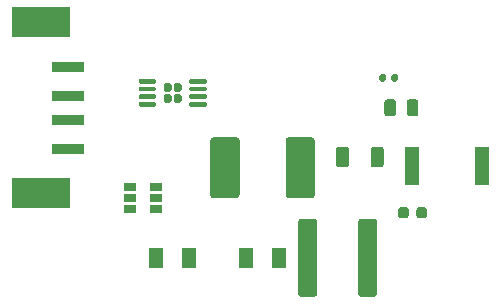
<source format=gbr>
%TF.GenerationSoftware,KiCad,Pcbnew,5.1.9*%
%TF.CreationDate,2021-02-27T11:03:33+05:30*%
%TF.ProjectId,charger,63686172-6765-4722-9e6b-696361645f70,rev?*%
%TF.SameCoordinates,Original*%
%TF.FileFunction,Paste,Top*%
%TF.FilePolarity,Positive*%
%FSLAX46Y46*%
G04 Gerber Fmt 4.6, Leading zero omitted, Abs format (unit mm)*
G04 Created by KiCad (PCBNEW 5.1.9) date 2021-02-27 11:03:33*
%MOMM*%
%LPD*%
G01*
G04 APERTURE LIST*
%ADD10R,1.250000X1.820000*%
%ADD11R,5.000000X2.500000*%
%ADD12R,2.800000X0.900000*%
%ADD13R,1.260000X3.310000*%
%ADD14R,1.060000X0.650000*%
G04 APERTURE END LIST*
D10*
%TO.C,C5*%
X132240000Y-97790000D03*
X129380000Y-97790000D03*
%TD*%
%TO.C,U2*%
G36*
G01*
X130890000Y-84500000D02*
X130890000Y-84080000D01*
G75*
G02*
X131060000Y-83910000I170000J0D01*
G01*
X131400000Y-83910000D01*
G75*
G02*
X131570000Y-84080000I0J-170000D01*
G01*
X131570000Y-84500000D01*
G75*
G02*
X131400000Y-84670000I-170000J0D01*
G01*
X131060000Y-84670000D01*
G75*
G02*
X130890000Y-84500000I0J170000D01*
G01*
G37*
G36*
G01*
X130890000Y-83560000D02*
X130890000Y-83140000D01*
G75*
G02*
X131060000Y-82970000I170000J0D01*
G01*
X131400000Y-82970000D01*
G75*
G02*
X131570000Y-83140000I0J-170000D01*
G01*
X131570000Y-83560000D01*
G75*
G02*
X131400000Y-83730000I-170000J0D01*
G01*
X131060000Y-83730000D01*
G75*
G02*
X130890000Y-83560000I0J170000D01*
G01*
G37*
G36*
G01*
X130050000Y-84500000D02*
X130050000Y-84080000D01*
G75*
G02*
X130220000Y-83910000I170000J0D01*
G01*
X130560000Y-83910000D01*
G75*
G02*
X130730000Y-84080000I0J-170000D01*
G01*
X130730000Y-84500000D01*
G75*
G02*
X130560000Y-84670000I-170000J0D01*
G01*
X130220000Y-84670000D01*
G75*
G02*
X130050000Y-84500000I0J170000D01*
G01*
G37*
G36*
G01*
X130050000Y-83560000D02*
X130050000Y-83140000D01*
G75*
G02*
X130220000Y-82970000I170000J0D01*
G01*
X130560000Y-82970000D01*
G75*
G02*
X130730000Y-83140000I0J-170000D01*
G01*
X130730000Y-83560000D01*
G75*
G02*
X130560000Y-83730000I-170000J0D01*
G01*
X130220000Y-83730000D01*
G75*
G02*
X130050000Y-83560000I0J170000D01*
G01*
G37*
G36*
G01*
X132235000Y-82945000D02*
X132235000Y-82745000D01*
G75*
G02*
X132335000Y-82645000I100000J0D01*
G01*
X133585000Y-82645000D01*
G75*
G02*
X133685000Y-82745000I0J-100000D01*
G01*
X133685000Y-82945000D01*
G75*
G02*
X133585000Y-83045000I-100000J0D01*
G01*
X132335000Y-83045000D01*
G75*
G02*
X132235000Y-82945000I0J100000D01*
G01*
G37*
G36*
G01*
X132235000Y-83595000D02*
X132235000Y-83395000D01*
G75*
G02*
X132335000Y-83295000I100000J0D01*
G01*
X133585000Y-83295000D01*
G75*
G02*
X133685000Y-83395000I0J-100000D01*
G01*
X133685000Y-83595000D01*
G75*
G02*
X133585000Y-83695000I-100000J0D01*
G01*
X132335000Y-83695000D01*
G75*
G02*
X132235000Y-83595000I0J100000D01*
G01*
G37*
G36*
G01*
X132235000Y-84245000D02*
X132235000Y-84045000D01*
G75*
G02*
X132335000Y-83945000I100000J0D01*
G01*
X133585000Y-83945000D01*
G75*
G02*
X133685000Y-84045000I0J-100000D01*
G01*
X133685000Y-84245000D01*
G75*
G02*
X133585000Y-84345000I-100000J0D01*
G01*
X132335000Y-84345000D01*
G75*
G02*
X132235000Y-84245000I0J100000D01*
G01*
G37*
G36*
G01*
X132235000Y-84895000D02*
X132235000Y-84695000D01*
G75*
G02*
X132335000Y-84595000I100000J0D01*
G01*
X133585000Y-84595000D01*
G75*
G02*
X133685000Y-84695000I0J-100000D01*
G01*
X133685000Y-84895000D01*
G75*
G02*
X133585000Y-84995000I-100000J0D01*
G01*
X132335000Y-84995000D01*
G75*
G02*
X132235000Y-84895000I0J100000D01*
G01*
G37*
G36*
G01*
X127935000Y-84895000D02*
X127935000Y-84695000D01*
G75*
G02*
X128035000Y-84595000I100000J0D01*
G01*
X129285000Y-84595000D01*
G75*
G02*
X129385000Y-84695000I0J-100000D01*
G01*
X129385000Y-84895000D01*
G75*
G02*
X129285000Y-84995000I-100000J0D01*
G01*
X128035000Y-84995000D01*
G75*
G02*
X127935000Y-84895000I0J100000D01*
G01*
G37*
G36*
G01*
X127935000Y-84245000D02*
X127935000Y-84045000D01*
G75*
G02*
X128035000Y-83945000I100000J0D01*
G01*
X129285000Y-83945000D01*
G75*
G02*
X129385000Y-84045000I0J-100000D01*
G01*
X129385000Y-84245000D01*
G75*
G02*
X129285000Y-84345000I-100000J0D01*
G01*
X128035000Y-84345000D01*
G75*
G02*
X127935000Y-84245000I0J100000D01*
G01*
G37*
G36*
G01*
X127935000Y-83595000D02*
X127935000Y-83395000D01*
G75*
G02*
X128035000Y-83295000I100000J0D01*
G01*
X129285000Y-83295000D01*
G75*
G02*
X129385000Y-83395000I0J-100000D01*
G01*
X129385000Y-83595000D01*
G75*
G02*
X129285000Y-83695000I-100000J0D01*
G01*
X128035000Y-83695000D01*
G75*
G02*
X127935000Y-83595000I0J100000D01*
G01*
G37*
G36*
G01*
X127935000Y-82945000D02*
X127935000Y-82745000D01*
G75*
G02*
X128035000Y-82645000I100000J0D01*
G01*
X129285000Y-82645000D01*
G75*
G02*
X129385000Y-82745000I0J-100000D01*
G01*
X129385000Y-82945000D01*
G75*
G02*
X129285000Y-83045000I-100000J0D01*
G01*
X128035000Y-83045000D01*
G75*
G02*
X127935000Y-82945000I0J100000D01*
G01*
G37*
%TD*%
%TO.C,C4*%
X139860000Y-97790000D03*
X137000000Y-97790000D03*
%TD*%
D11*
%TO.C,J1*%
X119710000Y-92340000D03*
X119710000Y-77840000D03*
D12*
X121960000Y-86090000D03*
X121960000Y-81590000D03*
X121960000Y-84090000D03*
X121960000Y-88590000D03*
%TD*%
D13*
%TO.C,R1*%
X157031000Y-90046000D03*
X151081000Y-90046000D03*
%TD*%
D14*
%TO.C,U1*%
X129370000Y-92710000D03*
X129370000Y-91760000D03*
X129370000Y-93660000D03*
X127170000Y-93660000D03*
X127170000Y-92710000D03*
X127170000Y-91760000D03*
%TD*%
%TO.C,R3*%
G36*
G01*
X148860000Y-82365000D02*
X148860000Y-82735000D01*
G75*
G02*
X148725000Y-82870000I-135000J0D01*
G01*
X148455000Y-82870000D01*
G75*
G02*
X148320000Y-82735000I0J135000D01*
G01*
X148320000Y-82365000D01*
G75*
G02*
X148455000Y-82230000I135000J0D01*
G01*
X148725000Y-82230000D01*
G75*
G02*
X148860000Y-82365000I0J-135000D01*
G01*
G37*
G36*
G01*
X149880000Y-82365000D02*
X149880000Y-82735000D01*
G75*
G02*
X149745000Y-82870000I-135000J0D01*
G01*
X149475000Y-82870000D01*
G75*
G02*
X149340000Y-82735000I0J135000D01*
G01*
X149340000Y-82365000D01*
G75*
G02*
X149475000Y-82230000I135000J0D01*
G01*
X149745000Y-82230000D01*
G75*
G02*
X149880000Y-82365000I0J-135000D01*
G01*
G37*
%TD*%
%TO.C,R2*%
G36*
G01*
X147570000Y-89885002D02*
X147570000Y-88634998D01*
G75*
G02*
X147819998Y-88385000I249998J0D01*
G01*
X148445002Y-88385000D01*
G75*
G02*
X148695000Y-88634998I0J-249998D01*
G01*
X148695000Y-89885002D01*
G75*
G02*
X148445002Y-90135000I-249998J0D01*
G01*
X147819998Y-90135000D01*
G75*
G02*
X147570000Y-89885002I0J249998D01*
G01*
G37*
G36*
G01*
X144645000Y-89885002D02*
X144645000Y-88634998D01*
G75*
G02*
X144894998Y-88385000I249998J0D01*
G01*
X145520002Y-88385000D01*
G75*
G02*
X145770000Y-88634998I0J-249998D01*
G01*
X145770000Y-89885002D01*
G75*
G02*
X145520002Y-90135000I-249998J0D01*
G01*
X144894998Y-90135000D01*
G75*
G02*
X144645000Y-89885002I0J249998D01*
G01*
G37*
%TD*%
%TO.C,D4*%
G36*
G01*
X140380000Y-92495001D02*
X140380000Y-87844999D01*
G75*
G02*
X140629999Y-87595000I249999J0D01*
G01*
X142605001Y-87595000D01*
G75*
G02*
X142855000Y-87844999I0J-249999D01*
G01*
X142855000Y-92495001D01*
G75*
G02*
X142605001Y-92745000I-249999J0D01*
G01*
X140629999Y-92745000D01*
G75*
G02*
X140380000Y-92495001I0J249999D01*
G01*
G37*
G36*
G01*
X134005000Y-92495001D02*
X134005000Y-87844999D01*
G75*
G02*
X134254999Y-87595000I249999J0D01*
G01*
X136230001Y-87595000D01*
G75*
G02*
X136480000Y-87844999I0J-249999D01*
G01*
X136480000Y-92495001D01*
G75*
G02*
X136230001Y-92745000I-249999J0D01*
G01*
X134254999Y-92745000D01*
G75*
G02*
X134005000Y-92495001I0J249999D01*
G01*
G37*
%TD*%
%TO.C,C3*%
G36*
G01*
X151455000Y-94230000D02*
X151455000Y-93730000D01*
G75*
G02*
X151680000Y-93505000I225000J0D01*
G01*
X152130000Y-93505000D01*
G75*
G02*
X152355000Y-93730000I0J-225000D01*
G01*
X152355000Y-94230000D01*
G75*
G02*
X152130000Y-94455000I-225000J0D01*
G01*
X151680000Y-94455000D01*
G75*
G02*
X151455000Y-94230000I0J225000D01*
G01*
G37*
G36*
G01*
X149905000Y-94230000D02*
X149905000Y-93730000D01*
G75*
G02*
X150130000Y-93505000I225000J0D01*
G01*
X150580000Y-93505000D01*
G75*
G02*
X150805000Y-93730000I0J-225000D01*
G01*
X150805000Y-94230000D01*
G75*
G02*
X150580000Y-94455000I-225000J0D01*
G01*
X150130000Y-94455000D01*
G75*
G02*
X149905000Y-94230000I0J225000D01*
G01*
G37*
%TD*%
%TO.C,C2*%
G36*
G01*
X150630000Y-85565000D02*
X150630000Y-84615000D01*
G75*
G02*
X150880000Y-84365000I250000J0D01*
G01*
X151380000Y-84365000D01*
G75*
G02*
X151630000Y-84615000I0J-250000D01*
G01*
X151630000Y-85565000D01*
G75*
G02*
X151380000Y-85815000I-250000J0D01*
G01*
X150880000Y-85815000D01*
G75*
G02*
X150630000Y-85565000I0J250000D01*
G01*
G37*
G36*
G01*
X148730000Y-85565000D02*
X148730000Y-84615000D01*
G75*
G02*
X148980000Y-84365000I250000J0D01*
G01*
X149480000Y-84365000D01*
G75*
G02*
X149730000Y-84615000I0J-250000D01*
G01*
X149730000Y-85565000D01*
G75*
G02*
X149480000Y-85815000I-250000J0D01*
G01*
X148980000Y-85815000D01*
G75*
G02*
X148730000Y-85565000I0J250000D01*
G01*
G37*
%TD*%
%TO.C,C1*%
G36*
G01*
X146505000Y-100840002D02*
X146505000Y-94739998D01*
G75*
G02*
X146754998Y-94490000I249998J0D01*
G01*
X147880002Y-94490000D01*
G75*
G02*
X148130000Y-94739998I0J-249998D01*
G01*
X148130000Y-100840002D01*
G75*
G02*
X147880002Y-101090000I-249998J0D01*
G01*
X146754998Y-101090000D01*
G75*
G02*
X146505000Y-100840002I0J249998D01*
G01*
G37*
G36*
G01*
X141430000Y-100840002D02*
X141430000Y-94739998D01*
G75*
G02*
X141679998Y-94490000I249998J0D01*
G01*
X142805002Y-94490000D01*
G75*
G02*
X143055000Y-94739998I0J-249998D01*
G01*
X143055000Y-100840002D01*
G75*
G02*
X142805002Y-101090000I-249998J0D01*
G01*
X141679998Y-101090000D01*
G75*
G02*
X141430000Y-100840002I0J249998D01*
G01*
G37*
%TD*%
M02*

</source>
